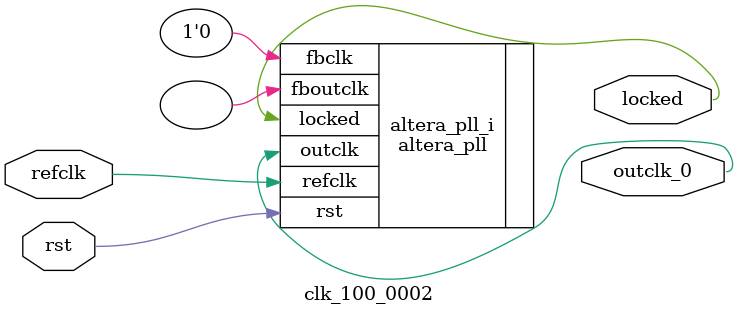
<source format=v>
`timescale 1ns/10ps
module  clk_100_0002(

	// interface 'refclk'
	input wire refclk,

	// interface 'reset'
	input wire rst,

	// interface 'outclk0'
	output wire outclk_0,

	// interface 'locked'
	output wire locked
);

	altera_pll #(
		.fractional_vco_multiplier("false"),
		.reference_clock_frequency("50.0 MHz"),
		.operation_mode("direct"),
		.number_of_clocks(1),
		.output_clock_frequency0("100.000000 MHz"),
		.phase_shift0("0 ps"),
		.duty_cycle0(50),
		.output_clock_frequency1("0 MHz"),
		.phase_shift1("0 ps"),
		.duty_cycle1(50),
		.output_clock_frequency2("0 MHz"),
		.phase_shift2("0 ps"),
		.duty_cycle2(50),
		.output_clock_frequency3("0 MHz"),
		.phase_shift3("0 ps"),
		.duty_cycle3(50),
		.output_clock_frequency4("0 MHz"),
		.phase_shift4("0 ps"),
		.duty_cycle4(50),
		.output_clock_frequency5("0 MHz"),
		.phase_shift5("0 ps"),
		.duty_cycle5(50),
		.output_clock_frequency6("0 MHz"),
		.phase_shift6("0 ps"),
		.duty_cycle6(50),
		.output_clock_frequency7("0 MHz"),
		.phase_shift7("0 ps"),
		.duty_cycle7(50),
		.output_clock_frequency8("0 MHz"),
		.phase_shift8("0 ps"),
		.duty_cycle8(50),
		.output_clock_frequency9("0 MHz"),
		.phase_shift9("0 ps"),
		.duty_cycle9(50),
		.output_clock_frequency10("0 MHz"),
		.phase_shift10("0 ps"),
		.duty_cycle10(50),
		.output_clock_frequency11("0 MHz"),
		.phase_shift11("0 ps"),
		.duty_cycle11(50),
		.output_clock_frequency12("0 MHz"),
		.phase_shift12("0 ps"),
		.duty_cycle12(50),
		.output_clock_frequency13("0 MHz"),
		.phase_shift13("0 ps"),
		.duty_cycle13(50),
		.output_clock_frequency14("0 MHz"),
		.phase_shift14("0 ps"),
		.duty_cycle14(50),
		.output_clock_frequency15("0 MHz"),
		.phase_shift15("0 ps"),
		.duty_cycle15(50),
		.output_clock_frequency16("0 MHz"),
		.phase_shift16("0 ps"),
		.duty_cycle16(50),
		.output_clock_frequency17("0 MHz"),
		.phase_shift17("0 ps"),
		.duty_cycle17(50),
		.pll_type("General"),
		.pll_subtype("General")
	) altera_pll_i (
		.rst	(rst),
		.outclk	({outclk_0}),
		.locked	(locked),
		.fboutclk	( ),
		.fbclk	(1'b0),
		.refclk	(refclk)
	);
endmodule


</source>
